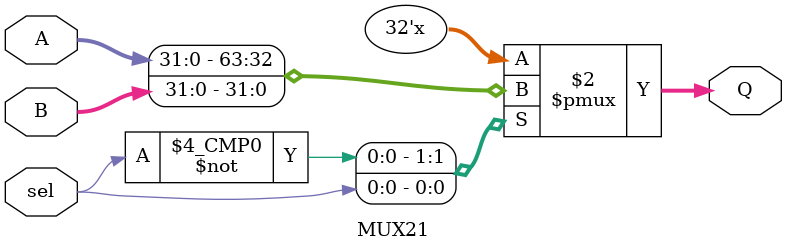
<source format=v>
module MUX21(A, B, Q, sel);
input signed [31:0] A, B;
output reg [31:0] Q;
input sel;
always @ (*)
begin
 case (sel)
	1'b0: Q = A;
	1'b1: Q = B; 
 endcase
end
endmodule


</source>
